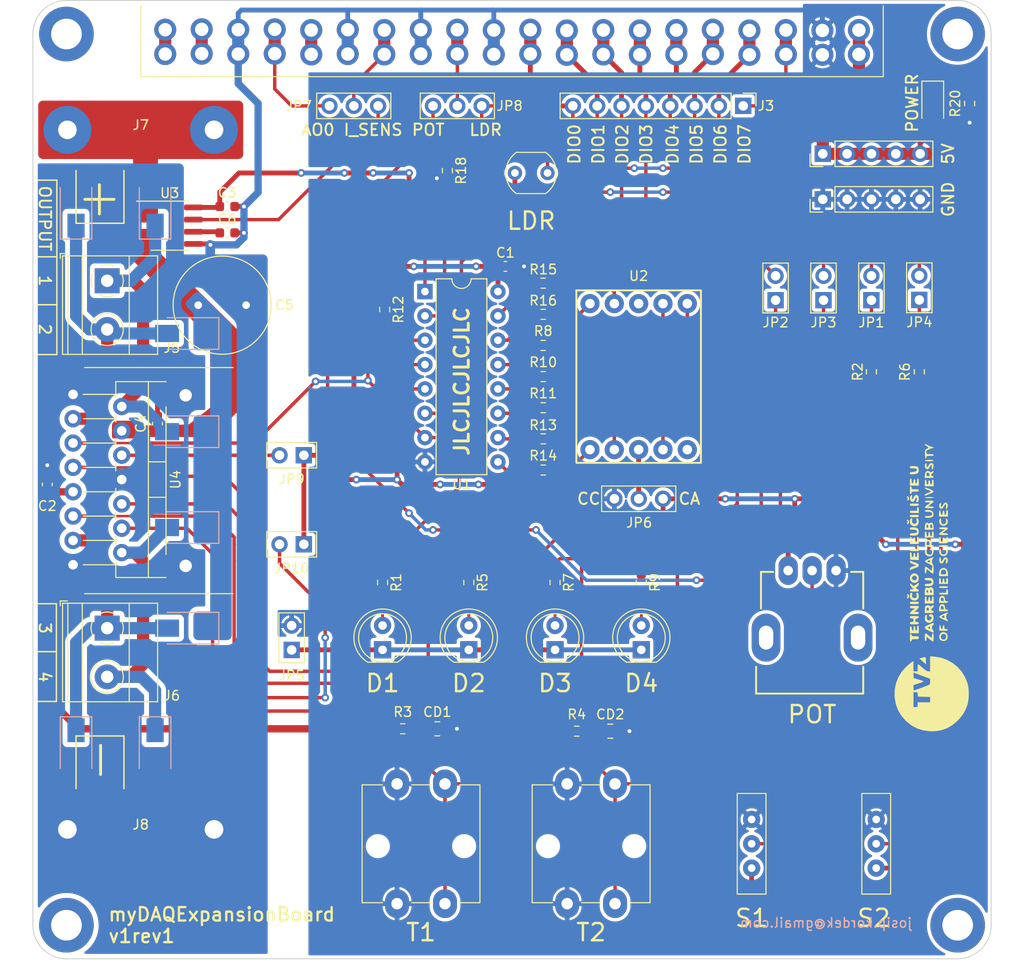
<source format=kicad_pcb>
(kicad_pcb (version 20211014) (generator pcbnew)
  (layers (0 "F.Cu" signal) (31 "B.Cu" signal) (34 "B.Paste" user) (35 "F.Paste" user) (36 "B.SilkS" user "B.Silkscreen") (37 "F.SilkS" user "F.Silkscreen") (38 "B.Mask" user) (39 "F.Mask" user) (44 "Edge.Cuts" user))
  (net 0 "")
  (net 1 "+5V")
  (net 2 "GND")
  (net 3 "/IP-")
  (net 4 "Net-(C6-Pad1)")
  (net 5 "DIO4")
  (net 6 "DIO5")
  (net 7 "Net-(D1-Pad1)")
  (net 8 "DIO0")
  (net 9 "DIO1")
  (net 10 "DIO2")
  (net 11 "DIO3")
  (net 12 "/OUT4")
  (net 13 "/OUT3")
  (net 14 "/OUT1")
  (net 15 "/OUT2")
  (net 16 "VDD")
  (net 17 "Net-(D14-Pad1)")
  (net 18 "DIO7")
  (net 19 "DIO6")
  (net 20 "unconnected-(J4-Pad1)")
  (net 21 "unconnected-(J4-Pad2)")
  (net 22 "AO0")
  (net 23 "unconnected-(J4-Pad5)")
  (net 24 "AI0+")
  (net 25 "AI1+")
  (net 26 "Net-(JP1-Pad1)")
  (net 27 "Net-(JP4-Pad1)")
  (net 28 "Net-(JP6-Pad2)")
  (net 29 "Net-(JP7-Pad1)")
  (net 30 "Net-(JP8-Pad1)")
  (net 31 "Net-(JP9-Pad2)")
  (net 32 "Net-(JP10-Pad2)")
  (net 33 "Net-(R2-Pad1)")
  (net 34 "Net-(R6-Pad2)")
  (net 35 "Net-(R8-Pad1)")
  (net 36 "Net-(R8-Pad2)")
  (net 37 "Net-(R10-Pad1)")
  (net 38 "Net-(R10-Pad2)")
  (net 39 "Net-(R11-Pad1)")
  (net 40 "Net-(R11-Pad2)")
  (net 41 "Net-(R12-Pad2)")
  (net 42 "Net-(R13-Pad1)")
  (net 43 "Net-(R13-Pad2)")
  (net 44 "Net-(R14-Pad1)")
  (net 45 "Net-(R14-Pad2)")
  (net 46 "Net-(R15-Pad1)")
  (net 47 "Net-(R15-Pad2)")
  (net 48 "Net-(R16-Pad1)")
  (net 49 "Net-(R16-Pad2)")
  (net 50 "Net-(JP8-Pad3)")
  (net 57 "Net-(CD1-Pad1)")
  (net 58 "Net-(CD2-Pad1)")
  (net 59 "Net-(D1-Pad2)")
  (net 60 "Net-(D2-Pad2)")
  (net 61 "Net-(D3-Pad2)")
  (net 62 "Net-(D4-Pad2)")
  (footprint "LED_THT:LED_D5.0mm" (layer "F.Cu") (at 114.7375 101.5125 90)
    (fp_text reference "D2")
    (fp_text value "YELLOW")
  )
  (footprint "Resistor_SMD:R_0603_1608Metric" (layer "F.Cu") (at 167 44.5 -90)
    (fp_text reference "R20")
    (fp_text value "1k")
  )
  (footprint "Resistor_SMD:R_0603_1608Metric" (layer "F.Cu") (at 107.85 109.75)
    (fp_text reference "R3")
    (fp_text value "10k")
  )
  (footprint "Capacitor_THT:C_Radial_D10.0mm_H16.0mm_P5.00mm" (layer "F.Cu") (at 86.5 65.545)
    (fp_text reference "C5")
    (fp_text value "470u")
  )
  (footprint "Resistor_SMD:R_0603_1608Metric" (layer "F.Cu") (at 112.5 51.5 -90)
    (fp_text reference "R18")
    (fp_text value "10k")
  )
  (footprint "Resistor_SMD:R_0603_1608Metric" (layer "F.Cu") (at 122.5 69.75)
    (fp_text reference "R8")
    (fp_text value "680")
  )
  (footprint "Resistor_SMD:R_0603_1608Metric" (layer "F.Cu") (at 122.5 76.25)
    (fp_text reference "R11")
    (fp_text value "680")
  )
  (footprint "MountingHole:MountingHole_3.2mm_M3_ISO7380_Pad" (layer "F.Cu") (at 72.75 37.25)
    (fp_text reference "H1" hide)
    (fp_text value "MountingHole_Pad")
  )
  (footprint "Library:PinHeader_1x02_P2.54mm_jumper" (layer "F.Cu") (at 97.525 90.5 -90)
    (fp_text reference "JP10")
    (fp_text value "Jumper_2_Open")
  )
  (footprint "Resistor_SMD:R_0603_1608Metric" (layer "F.Cu") (at 122.5 73)
    (fp_text reference "R10")
    (fp_text value "680")
  )
  (footprint "Capacitor_SMD:C_0805_2012Metric" (layer "F.Cu") (at 111.45 109.75)
    (fp_text reference "CD1")
    (fp_text value "1u")
  )
  (footprint "Capacitor_SMD:C_0603_1608Metric" (layer "F.Cu") (at 89.525 55.25)
    (fp_text reference "C3")
    (fp_text value "100n")
  )
  (footprint "Resistor_SMD:R_0603_1608Metric" (layer "F.Cu") (at 156.75 72.5 90)
    (fp_text reference "R2")
    (fp_text value "10k")
  )
  (footprint "Resistor_SMD:R_0603_1608Metric" (layer "F.Cu") (at 161.75 72.5 -90)
    (fp_text reference "R6")
    (fp_text value "10k")
  )
  (footprint "Capacitor_SMD:C_0603_1608Metric" (layer "F.Cu") (at 70.75 84.25 90)
    (fp_text reference "C2")
    (fp_text value "100n")
  )
  (footprint "Library:7segm-SA52" (layer "F.Cu") (at 132.46 73)
    (fp_text reference "U2")
    (fp_text value "7segm-symbol")
  )
  (footprint "MountingHole:MountingHole_3.2mm_M3_ISO7380_Pad" (layer "F.Cu") (at 72.75 130.25)
    (fp_text reference "H4" hide)
    (fp_text value "MountingHole_Pad")
  )
  (footprint "Resistor_SMD:R_0603_1608Metric" (layer "F.Cu") (at 105.96 66 -90)
    (fp_text reference "R12")
    (fp_text value "10k")
  )
  (footprint "Library:PinHeader_1x03_P2.54mm_Vertical_jumper" (layer "F.Cu") (at 111 44.75 90)
    (fp_text reference "JP8")
    (fp_text value "Jumper_3_Open")
  )
  (footprint "Library:PTV09A-4225F-B502" (layer "F.Cu") (at 150.5605 100.2375 180)
    (fp_text reference "RV1" hide)
    (fp_text value "10k")
  )
  (footprint "Library:PinHeader_1x02_P2.54mm_jumper" (layer "F.Cu") (at 96.25 101.525 180)
    (fp_text reference "JP5")
    (fp_text value "Jumper_2_Open")
  )
  (footprint "Library:PinHeader_1x02_P2.54mm_jumper" (layer "F.Cu") (at 161.75 65 180)
    (fp_text reference "JP4")
    (fp_text value "Jumper_2_Open")
  )
  (footprint "Library:PinHeader_1x02_P2.54mm_jumper" (layer "F.Cu") (at 97.525 81.205 -90)
    (fp_text reference "JP9")
    (fp_text value "Jumper_2_Open")
  )
  (footprint "Connector_PinHeader_2.54mm:PinHeader_1x08_P2.54mm_Vertical" (layer "F.Cu") (at 143.375 44.75 -90)
    (fp_text reference "J3")
    (fp_text value "Conn_01x08_Male")
  )
  (footprint "Connector_PinHeader_2.54mm:PinHeader_1x05_P2.54mm_Vertical" (layer "F.Cu") (at 151.675 54.5 90)
    (fp_text reference "J2" hide)
    (fp_text value "Conn_01x05_Male")
  )
  (footprint "Capacitor_SMD:C_0603_1608Metric" (layer "F.Cu") (at 82.25 77.9 90)
    (fp_text reference "C4")
    (fp_text value "100n")
  )
  (footprint "Resistor_SMD:R_0603_1608Metric" (layer "F.Cu") (at 123.7375 94.4875 -90)
    (fp_text reference "R7")
    (fp_text value "1k")
  )
  (footprint "Library:OSTV7XX3151" (layer "F.Cu") (at 83.055 36.8)
    (fp_text reference "J4" hide)
    (fp_text value "OSTV7XX3151")
  )
  (footprint "Library:L298n" (layer "F.Cu") (at 73.44 74.855 -90)
    (fp_text reference "U4")
    (fp_text value "L298N")
  )
  (footprint "Library:PinHeader_1x03_P2.54mm_Vertical_jumper" (layer "F.Cu") (at 105.275 44.75 -90)
    (fp_text reference "JP7")
    (fp_text value "Jumper_3_Open")
  )
  (footprint "Resistor_SMD:R_0603_1608Metric" (layer "F.Cu") (at 114.7375 94.4875 -90)
    (fp_text reference "R5")
    (fp_text value "1k")
  )
  (footprint "LED_THT:LED_D5.0mm" (layer "F.Cu") (at 123.7375 101.5125 90)
    (fp_text reference "D3")
    (fp_text value "GREEN")
  )
  (footprint "Package_DIP:DIP-16_W7.62mm" (layer "F.Cu") (at 110.16 64.125)
    (fp_text reference "U1")
    (fp_text value "74LS47")
  )
  (footprint "TerminalBlock_Phoenix:TerminalBlock_Phoenix_MKDS-1,5-2-5.08_1x02_P5.08mm_Horizontal" (layer "F.Cu") (at 77 99.25 -90)
    (fp_text reference "J6")
    (fp_text value "Screw_Terminal_01x02")
  )
  (footprint "Capacitor_SMD:C_0603_1608Metric" (layer "F.Cu") (at 89.525 58)
    (fp_text reference "C6")
    (fp_text value "1n")
  )
  (footprint "Resistor_SMD:R_0603_1608Metric" (layer "F.Cu") (at 132.7375 94.4875 -90)
    (fp_text reference "R9")
    (fp_text value "1k")
  )
  (footprint "Capacitor_SMD:C_0805_2012Metric" (layer "F.Cu") (at 129.5 110)
    (fp_text reference "CD2")
    (fp_text value "1u")
  )
  (footprint "Resistor_SMD:R_0603_1608Metric" (layer "F.Cu") (at 105.7375 94.4875 -90)
    (fp_text reference "R1")
    (fp_text value "1k")
  )
  (footprint "Library:PinHeader_1x02_P2.54mm_jumper" (layer "F.Cu") (at 156.75 65.025 180)
    (fp_text reference "JP1")
    (fp_text value "Jumper_2_Open")
  )
  (footprint "Library:DELTRON 4mm banana socket - black" (layer "F.Cu") (at 80.5 120.25)
    (fp_text reference "J8")
    (fp_text value "Screw_Terminal_01x01")
  )
  (footprint "OptoDevice:R_LDR_5.1x4.3mm_P3.4mm_Vertical" (layer "F.Cu") (at 119.55 51.75)
    (fp_text reference "R17" hide)
    (fp_text value "R_Photo")
  )
  (footprint "Library:Omron_B3F-12x12mm" (layer "F.Cu") (at 130 115.5 -90)
    (fp_text reference "SW4" hide)
    (fp_text value "SW_Push")
  )
  (footprint "LED_THT:LED_D5.0mm" (layer "F.Cu") (at 105.7375 101.5125 90)
    (fp_text reference "D1")
    (fp_text value "RED")
  )
  (footprint "Resistor_SMD:R_0603_1608Metric" (layer "F.Cu") (at 122.5 63.25)
    (fp_text reference "R15")
    (fp_text value "680")
  )
  (footprint "Library:PinHeader_1x03_P2.54mm_Vertical_jumper" (layer "F.Cu") (at 135.01 85.75 -90)
    (fp_text reference "JP6")
    (fp_text value "Jumper_3_Open")
  )
  (footprint "Resistor_SMD:R_0603_1608Metric" (layer "F.Cu") (at 122.5 79.5)
    (fp_text reference "R13")
    (fp_text value "680")
  )
  (footprint "MountingHole:MountingHole_3.2mm_M3_ISO7380_Pad" (layer "F.Cu") (at 165.75 130.25)
    (fp_text reference "H3" hide)
    (fp_text value "MountingHole_Pad")
  )
  (footprint "Library:we01014042" (layer "F.Cu") (at 144.25 121.75 90)
    (fp_text reference "SW1" hide)
    (fp_text value "SW_SPDT")
  )
  (footprint "Library:DELTRON 4mm banana socket - red" (layer "F.Cu") (at 80.5 47.25)
    (fp_text reference "J7")
    (fp_text value "Screw_Terminal_01x01")
  )
  (footprint "Library:we01014042" (layer "F.Cu") (at 157.25 121.75 90)
    (fp_text reference "SW2" hide)
    (fp_text value "SW_SPDT")
  )
  (footprint "Library:tvz2" (layer "F.Cu") (at 163 95 90)
    (fp_text reference "G***" hide)
    (fp_text value "LOGO" hide)
  )
  (footprint "Library:PinHeader_1x02_P2.54mm_jumper" (layer "F.Cu") (at 146.75 65.025 180)
    (fp_text reference "JP2")
    (fp_text value "Jumper_2_Open")
  )
  (footprint "LED_SMD:LED_1206_3216Metric" (layer "F.Cu") (at 163.15 44.45 -90)
    (fp_text reference "D14" hide)
    (fp_text value "LED")
  )
  (footprint "Library:PinHeader_1x02_P2.54mm_jumper" (layer "F.Cu") (at 151.75 65.025 180)
    (fp_text reference "JP3")
    (fp_text value "Jumper_2_Open")
  )
  (footprint "Library:Omron_B3F-12x12mm" (layer "F.Cu") (at 112.25 115.5 -90)
    (fp_text reference "SW3" hide)
    (fp_text value "SW_Push")
  )
  (footprint "Resistor_SMD:R_0603_1608Metric" (layer "F.Cu") (at 126 110)
    (fp_text reference "R4")
    (fp_text value "10k")
  )
  (footprint "LED_THT:LED_D5.0mm" (layer "F.Cu") (at 132.7375 101.5125 90)
    (fp_text reference "D4")
    (fp_text value "BLUE")
  )
  (footprint "TerminalBlock_Phoenix:TerminalBlock_Phoenix_MKDS-1,5-2-5.08_1x02_P5.08mm_Horizontal" (layer "F.Cu") (at 77 63 -90)
    (fp_text reference "J5")
    (fp_text value "Screw_Terminal_01x02")
  )
  (footprint "Capacitor_SMD:C_0603_1608Metric" (layer "F.Cu") (at 118.555 61.5)
    (fp_text reference "C1")
    (fp_text value "100n")
  )
  (footprint "Connector_PinHeader_2.54mm:PinHeader_1x05_P2.54mm_Vertical" (layer "F.Cu") (at 151.675 49.75 90)
    (fp_text reference "J1" hide)
    (fp_text value "Conn_01x05_Male")
  )
  (footprint "MountingHole:MountingHole_3.2mm_M3_ISO7380_Pad" (layer "F.Cu") (at 165.75 37.25)
    (fp_text reference "H2" hide)
    (fp_text value "MountingHole_Pad")
  )
  (footprint "Package_SO:SOIC-8_3.9x4.9mm_P1.27mm" (layer "F.Cu") (at 83.525 57.25)
    (fp_text reference "U3")
    (fp_text value "ACS712xLCTR-05B")
  )
  (footprint "Resistor_SMD:R_0603_1608Metric" (layer "F.Cu") (at 122.5 66.5)
    (fp_text reference "R16")
    (fp_text value "680")
  )
  (footprint "Resistor_SMD:R_0603_1608Metric" (layer "F.Cu") (at 122.5 82.75)
    (fp_text reference "R14")
    (fp_text value "680")
  )
  (footprint "Diode_SMD:D_SMA" (layer "B.Cu") (at 85.25 99.25 180)
    (fp_text reference "D6" hide)
    (fp_text value "1N4007")
  )
  (footprint "Diode_SMD:D_SMA" (layer "B.Cu") (at 85.25 88.75 180)
    (fp_text reference "D5" hide)
    (fp_text value "1N4007")
  )
  (footprint "Diode_SMD:D_SMA" (layer "B.Cu") (at 73.75 111.9 -90)
    (fp_text reference "D10" hide)
    (fp_text value "1N4007")
  )
  (footprint "Diode_SMD:D_SMA" (layer "B.Cu") (at 82 55.25 90)
    (fp_text reference "D11" hide)
    (fp_text value "1N4007")
  )
  (footprint "Diode_SMD:D_SMA" (layer "B.Cu") (at 82 111.9 -90)
    (fp_text reference "D9" hide)
    (fp_text value "1N4007")
  )
  (footprint "Diode_SMD:D_SMA" (layer "B.Cu") (at 85.25 78.75 180)
    (fp_text reference "D7" hide)
    (fp_text value "1N4007")
  )
  (footprint "Diode_SMD:D_SMA" (layer "B.Cu") (at 73.75 55.25 90)
    (fp_text reference "D12" hide)
    (fp_text value "1N4007")
  )
  (footprint "Diode_SMD:D_SMA" (layer "B.Cu") (at 85.25 68.5 180)
    (fp_text reference "D8" hide)
    (fp_text value "1N4007")
  )
  (gr_line (start 69.75 60.5) (end 71.75 60.5) (layer "F.SilkS") (width 0.15))
  (gr_line (start 73.75 110.5) (end 73.75 116) (layer "F.SilkS") (width 0.15))
  (gr_line (start 71.75 52.5) (end 71.75 70.7) (layer "F.SilkS") (width 0.15))
  (gr_line (start 71.7 96.7) (end 71.7 106.9) (layer "F.SilkS") (width 0.15))
  (gr_line (start 78.75 110.5) (end 73.75 110.5) (layer "F.SilkS") (width 0.15))
  (gr_line (start 73.75 51.5) (end 73.75 57) (layer "F.SilkS") (width 0.15))
  (gr_line (start 73.75 57) (end 78.75 57) (layer "F.SilkS") (width 0.15))
  (gr_line (start 78.75 116) (end 78.75 110.5) (layer "F.SilkS") (width 0.15))
  (gr_line (start 69.75 70.7) (end 71.75 70.7) (layer "F.SilkS") (width 0.15))
  (gr_line (start 69.7 101.7) (end 71.7 101.7) (layer "F.SilkS") (width 0.15))
  (gr_line (start 78.75 57) (end 78.75 51.5) (layer "F.SilkS") (width 0.15))
  (gr_line (start 69.7 96.7) (end 71.7 96.7) (layer "F.SilkS") (width 0.15))
  (gr_line (start 69.7 106.9) (end 71.7 106.9) (layer "F.SilkS") (width 0.15))
  (gr_line (start 69.75 52.5) (end 71.75 52.5) (layer "F.SilkS") (width 0.15))
  (gr_line (start 69.75 65.5) (end 71.75 65.5) (layer "F.SilkS") (width 0.15))
  (gr_line (start 165.75 133.75) (end 72.75 133.75) (layer "Edge.Cuts") (width 0.1))
  (gr_line (start 169.25 37.25) (end 169.25 130.25) (layer "Edge.Cuts") (width 0.1))
  (gr_line (start 69.25 130.25) (end 69.25 37.25) (layer "Edge.Cuts") (width 0.1))
  (gr_arc (start 69.25 37.25) (mid 70.275126 34.775126) (end 72.75 33.75) (layer "Edge.Cuts") (width 0.1))
  (gr_arc (start 169.25 130.25) (mid 168.224874 132.724874) (end 165.75 133.75) (layer "Edge.Cuts") (width 0.1))
  (gr_line (start 72.75 33.75) (end 165.75 33.75) (layer "Edge.Cuts") (width 0.1))
  (gr_arc (start 72.75 133.75) (mid 70.275126 132.724874) (end 69.25 130.25) (layer "Edge.Cuts") (width 0.1))
  (gr_arc (start 165.75 33.75) (mid 168.224874 34.775126) (end 169.25 37.25) (layer "Edge.Cuts") (width 0.1))
  (gr_text "josip.kordek@gmail.com" (at 152 130) (layer "B.SilkS") (effects (font (size 1 1)) (justify mirror)))
  (gr_text "LDR" (at 116.5 47.25) (layer "F.SilkS") (effects (font (size 1.2 1.2) (thickness 0.2))))
  (gr_text "DIO5" (at 138.5 48.75 90) (layer "F.SilkS") (effects (font (size 1.2 1.2) (thickness 0.2))))
  (gr_text "4" (at 70.5 104.33 270) (layer "F.SilkS") (effects (font (size 1.2 1.2) (thickness 0.2))))
  (gr_text "T2" (at 127.5 131) (layer "F.SilkS") (effects (font (size 1.8 1.8) (thickness 0.25))))
  (gr_text "S1" (at 144.25 129.5) (layer "F.SilkS") (effects (font (size 1.8 1.8) (thickness 0.25))))
  (gr_text "DIO2" (at 130.75 48.75 90) (layer "F.SilkS") (effects (font (size 1.2 1.2) (thickness 0.2))))
  (gr_text "POT" (at 110.5 47.25) (layer "F.SilkS") (effects (font (size 1.2 1.2) (thickness 0.2))))
  (gr_text "DIO6" (at 141 48.75 90) (layer "F.SilkS") (effects (font (size 1.2 1.2) (thickness 0.2))))
  (gr_text "S2" (at 157 129.5) (layer "F.SilkS") (effects (font (size 1.8 1.8) (thickness 0.25))))
  (gr_text "1" (at 70.5 63 270) (layer "F.SilkS") (effects (font (size 1.2 1.2) (thickness 0.2))))
  (gr_text "DIO4" (at 136 48.75 90) (layer "F.SilkS") (effects (font (size 1.2 1.2) (thickness 0.2))))
  (gr_text "DIO3\n" (at 133.25 48.75 90) (layer "F.SilkS") (effects (font (size 1.2 1.2) (thickness 0.2))))
  (gr_text "DIO0" (at 125.75 48.75 90) (layer "F.SilkS") (effects (font (size 1.2 1.2) (thickness 0.2))))
  (gr_text "OUTPUT" (at 70.5 56.5 270) (layer "F.SilkS") (effects (font (size 1.2 1.2) (thickness 0.2))))
  (gr_text "I_SENS" (at 104.75 47.25) (layer "F.SilkS") (effects (font (size 1.2 1.2) (thickness 0.2))))
  (gr_text "AO0" (at 99 47.25) (layer "F.SilkS") (effects (font (size 1.2 1.2) (thickness 0.2))))
  (gr_text "LDR" (at 121.25 56.75) (layer "F.SilkS") (effects (font (size 1.8 1.8) (thickness 0.25))))
  (gr_text "3" (at 70.5 99.25 270) (layer "F.SilkS") (effects (font (size 1.2 1.2) (thickness 0.2))))
  (gr_text "JLCJLCJLCJLC" (at 114 73.5 90) (layer "F.SilkS") (effects (font (size 1.5 1.5) (thickness 0.3))))
  (gr_text "T1" (at 109.75 131) (layer "F.SilkS") (effects (font (size 1.8 1.8) (thickness 0.25))))
  (gr_text "GND" (at 164.75 54.5 90) (layer "F.SilkS") (effects (font (size 1.2 1.2) (thickness 0.2))))
  (gr_text "POT" (at 150.5605 108.25) (layer "F.SilkS") (effects (font (size 1.8 1.8) (thickness 0.25))))
  (gr_text "5V" (at 164.75 49.75 90) (layer "F.SilkS") (effects (font (size 1.2 1.2) (thickness 0.2))))
  (gr_text "CA" (at 137.75 85.75) (layer "F.SilkS") (effects (font (size 1.2 1.2) (thickness 0.2))))
  (gr_text "DIO7" (at 143.5 48.75 90) (layer "F.SilkS") (effects (font (size 1.2 1.2) (thickness 0.2))))
  (gr_text "DIO1" (at 128.25 48.75 90) (layer "F.SilkS") (effects (font (size 1.2 1.2) (thickness 0.2))))
  (gr_text "POWER" (at 161 44.45 90) (layer "F.SilkS") (effects (font (size 1.2 1.2) (thickness 0.2))))
  (gr_text "+" (at 76.5 54.5 270) (layer "F.SilkS") (effects (font (size 4 4) (thickness 0.3))))
  (gr_text "-" (at 76 113 90) (layer "F.SilkS") (effects (font (size 4 4) (thickness 0.3))))
  (gr_text "CC" (at 127.25 85.75) (layer "F.SilkS") (effects (font (size 1.2 1.2) (thickness 0.2))))
  (gr_text "myDAQExpansionBoard\nv1rev1" (at 77 130.25) (layer "F.SilkS") (effects (font (size 1.4 1.4) (thickness 0.24)) (justify left)))
  (gr_text "2" (at 70.5 68.08 270) (layer "F.SilkS") (effects (font (size 1.2 1.2) (thickness 0.2))))
  (segment (start 140 64.75) (end 140 85.25) (width 0.508) (layer "F.Cu") (net 1))
  (segment (start 119.75 132) (end 104.25 132) (width 1.27) (layer "F.Cu") (net 1))
  (segment (start 105.96 65.175) (end 105.96 63.04) (width 0.508) (layer "F.Cu") (net 1))
  (segment (start 144.25 124.29) (end 144.25 132) (width 0.508) (layer "F.Cu") (net 1))
  (segment (start 70.75 85.025) (end 70.75 106.5) (width 0.762) (layer "F.Cu") (net 1))
  (segment (start 107.25 79.5) (end 107.25 83.75) (width 0.508) (layer "F.Cu") (net 1))
  (segment (start 88.75 53.75) (end 90.75 51.75) (width 0.508) (layer "F.Cu") (net 1))
  (segment (start 119.55 53.2) (end 118.5 54.25) (width 0.508) (layer "F.Cu") (net 1))
  (segment (start 165.5 49.75) (end 166.75 51) (width 1.27) (layer "F.Cu") (net 1))
  (segment (start 160.875 125.125) (end 161.625 125.125) (width 0.3556) (layer "F.Cu") (net 1))
  (segment (start 141.5 85.75) (end 140.5 85.75) (width 0.508) (layer "F.Cu") (net 1))
  (segment (start 144.25 132) (end 119.75 132) (width 1.27) (layer "F.Cu") (net 1))
  (segment (start 140 85.25) (end 140 85.75) (width 0.508) (layer "F.Cu") (net 1))
  (segment (start 90.75 51.75) (end 97.25 51.75) (width 0.508) (layer "F.Cu") (net 1))
  (segment (start 140 85.25) (end 140.5 85.75) (width 0.3556) (layer "F.Cu") (net 1))
  (segment (start 155.445 36.84) (end 155.445 39.38) (width 1.27) (layer "F.Cu") (net 1))
  (segment (start 166.75 123.25) (end 165.25 124.75) (width 1.27) (layer "F.Cu") (net 1))
  (segment (start 118.5 54.25) (end 108.5 54.25) (width 0.508) (layer "F.Cu") (net 1))
  (segment (start 135.01 86.99) (end 134.375 87.625) (width 0.508) (layer "F.Cu") (net 1))
  (segment (start 111.75 84.25) (end 107.75 84.25) (width 0.508) (layer "F.Cu") (net 1))
  (segment (start 117.78 61.5) (end 115.5 61.5) (width 0.508) (layer "F.Cu") (net 1))
  (segment (start 101.75 51.75) (end 104.75 51.75) (width 0.508) (layer "F.Cu") (net 1))
  (segment (start 117.78 61.5) (end 117.78 64.125) (width 0.508) (layer "F.Cu") (net 1))
  (segment (start 104.25 132) (end 102 129.75) (width 1.27) (layer "F.Cu") (net 1))
  (segment (start 115.75 84.25) (end 123 84.25) (width 0.508) (layer "F.Cu") (net 1))
  (segment (start 160.5 127) (end 160.5 129) (width 1.27) (layer "F.Cu") (net 1))
  (segment (start 160.875 125.125) (end 161.625 125.875) (width 0.508) (layer "F.Cu") (net 1))
  (segment (start 102.75 63.75) (end 102.75 75) (width 0.508) (layer "F.Cu") (net 1))
  (segment (start 117.75 60.75) (end 118.25 60.25) (width 0.508) (layer "F.Cu") (net 1))
  (segment (start 162.75 124.75) (end 162 125.5) (width 1.27) (layer "F.Cu") (net 1))
  (segment (start 121.25 60.25) (end 122 61) (width 0.508) (layer "F.Cu") (net 1))
  (segment (start 165.25 124.75) (end 162.75 124.75) (width 1.27) (layer "F.Cu") (net 1))
  (segment (start 102.75 75) (end 106.75 79) (width 0.508) (layer "F.Cu") (net 1))
  (segment (start 136.25 61) (end 140 64.75) (width 0.508) (layer "F.Cu") (net 1))
  (segment (start 88.655 55.345) (end 88.75 55.25) (width 0.508) (layer "F.Cu") (net 1))
  (segment (start 107.75 84.25) (end 107.25 83.75) (width 0.508) (layer "F.Cu") (net 1))
  (segment (start 105.96 63.04) (end 107.5 61.5) (width 0.508) (layer "F.Cu") (net 1))
  (segment (start 135.01 85.75) (end 138.5 85.75) (width 0.508) (layer "F.Cu") (net 1))
  (segment (start 148.75 85.75) (end 148.75 89.75) (width 0.508) (layer "F.Cu") (net 1))
  (segment (start 135.01 85.75) (end 135.01 86.99) (width 0.508) (layer "F.Cu") (net 1))
  (segment (start 151.675 49.75) (end 151.675 47.325) (width 1.27) (layer "F.Cu") (net 1))
  (segment (start 140 85.25) (end 139.5 85.75) (width 0.3556) (layer "F.Cu") (net 1))
  (segment (start 160.875 125.125) (end 160.875 126.625) (width 0.3556) (layer "F.Cu") (net 1))
  (segment (start 70.75 85.025) (end 73.43 85.025) (width 0.762) (layer "F.Cu") (net 1))
  (segment (start 163.15 47.35) (end 161.835 48.665) (width 0.508) (layer "F.Cu") (net 1))
  (segment (start 139.5 85.75) (end 138.5 85.75) (width 0.508) (layer "F.Cu") (net 1))
  (segment (start 102 83.75) (end 99.455 81.205) (width 0.508) (layer "F.Cu") (net 1))
  (segment (start 140 85.75) (end 139.5 85.75) (width 0.508) (layer "F.Cu") (net 1))
  (segment (start 99.455 81.205) (end 97.525 81.205) (width 0.508) (layer "F.Cu") (net 1))
  (segment (start 74 109.75) (end 102 109.75) (width 0.762) (layer "F.Cu") (net 1))
  (segment (start 119.75 112) (end 119.75 132) (width 0.508) (layer "F.Cu") (net 1))
  (segment (start 157.25 124.29) (end 160.04 124.29) (width 0.508) (layer "F.Cu") (net 1))
  (segment (start 73.43 85.025) (end 73.44 85.015) (width 0.762) (layer "F.Cu") (net 1))
  (segment (start 103 83.75) (end 102 83.75) (width 0.508) (layer "F.Cu") (net 1))
  (segment (start 125.175 110) (end 121.75 110) (width 0.508) (layer "F.Cu") (net 1))
  (segment (start 166.75 99.5) (end 166.75 123.25) (width 1.27) (layer "F.Cu") (net 1))
  (segment (start 102 129.75) (end 102 110.25) (width 1.27) (layer "F.Cu") (net 1))
  (segment (start 122 61) (end 136.25 61) (width 0.508) (layer "F.Cu") (net 1))
  (segment (start 107.5 61.5) (end 109 61.5) (width 0.508) (layer "F.Cu") (net 1))
  (segment (start 160.875 126.625) (end 160.5 127) (width 1.27) (layer "F.Cu") (net 1))
  (segment (start 153.5 85.75) (end 148.75 85.75) (width 0.508) (layer "F.Cu") (net 1))
  (segment (start 119.55 51.75) (end 119.55 53.2) (width 0.508) (layer "F.Cu") (net 1))
  (segment (start 97.525 81.205) (end 97.525 90.5) (width 0.508) (layer "F.Cu") (net 1))
  (segment (start 148.0605 93.2375) (end 148.0605 90.4395) (width 0.508) (layer "F.Cu") (net 1))
  (segment (start 88.75 55.25) (end 88.75 53.75) (width 0.508) (layer "F.Cu") (net 1))
  (segment (start 117.75 61.47) (end 117.75 60.75) (width 0.508) (layer "F.Cu") (net 1))
  (segment (start 161.835 49.75) (end 151.675 49.75) (width 1.27) (layer "F.Cu") (net 1))
  (segment (start 163.15 45.85) (end 163.15 47.35) (width 0.508) (layer "F.Cu") (net 1))
  (segment (start 164.85 49.75) (end 165.5 49.75) (width 1.27) (layer "F.Cu") (net 1))
  (segment (start 158.25 90.5) (end 153.5 85.75) (width 0.508) (layer "F.Cu") (net 1))
  (segment (start 121.75 110) (end 119.75 112) (width 0.508) (layer "F.Cu") (net 1))
  (segment (start 70.75 106.5) (end 74 109.75) (width 0.762) (layer "F.Cu") (net 1))
  (segment (start 160.5 129) (end 157.5 132) (width 1.27) (layer "F.Cu") (net 1))
  (segment (start 102.75 60) (end 102.75 63.75) (width 0.508) (layer "F.Cu") (net 1))
  (segment (start 151.675 47.325) (end 155.445 43.555) (width 1.27) (layer "F.Cu") (net 1))
  (segment (start 118.25 60.25) (end 121.25 60.25) (width 0.508) (layer "F.Cu") (net 1))
  (segment (start 161.835 48.665) (end 161.835 49.75) (width 0.508) (layer "F.Cu") (net 1))
  (segment (start 166.75 90.5) (end 166.75 99.5) (width 1.27) (layer "F.Cu") (net 1))
  (segment (start 107.025 109.75) (end 102 109.75) (width 0.762) (layer "F.Cu") (net 1))
  (segment (start 161.625 125.125) (end 162 125.5) (width 0.3556) (layer "F.Cu") (net 1))
  (segment (start 108.5 54.25) (end 102.75 60) (width 0.508) (layer "F.Cu") (net 1))
  (segment (start 161.835 49.75) (end 164.85 49.75) (width 1.27) (layer "F.Cu") (net 1))
  (segment (start 157.5 132) (end 144.25 132) (width 1.27) (layer "F.Cu") (net 1))
  (segment (start 140.5 85.75) (end 140 85.75) (width 0.508) (layer "F.Cu") (net 1))
  (segment (start 166.75 51) (end 166.75 90.5) (width 1.27) (layer "F.Cu") (net 1))
  (segment (start 86 55.345) (end 88.655 55.345) (width 0.508) (layer "F.Cu") (net 1))
  (segment (start 117.78 61.5) (end 117.75 61.47) (width 0.508) (layer "F.Cu") (net 1))
  (segment (start 123 84.25) (end 126.375 87.625) (width 0.508) (layer "F.Cu") (net 1))
  (segment (start 106.75 79) (end 107.25 79.5) (width 0.508) (layer "F.Cu") (net 1))
  (segment (start 162 125.5) (end 161.625 125.875) (width 1.27) (layer "F.Cu") (net 1))
  (segment (start 160.04 124.29) (end 160.875 125.125) (width 0.508) (layer "F.Cu") (net 1))
  (segment (start 155.445 43.555) (end 155.445 39.38) (width 1.27) (layer "F.Cu") (net 1))
  (segment (start 108.5 51.75) (end 108.5 54.25) (width 0.508) (layer "F.Cu") (net 1))
  (segment (start 148.75 89.75) (end 148.0605 90.4395) (width 0.508) (layer "F.Cu") (net 1))
  (segment (start 126.375 87.625) (end 134.375 87.625) (width 0.508) (layer "F.Cu") (net 1))
  (segment (start 161.625 125.875) (end 160.875 126.625) (width 1.27) (layer "F.Cu") (net 1))
  (segment (start 166.75 90.5) (end 165.5 90.5) (width 0.508) (layer "F.Cu") (net 1))
  (via (at 111.75 84.25) (size 0.8) (drill 0.4) (layers "F.Cu" "B.Cu") (net 1))
  (via (at 115.5 61.5) (size 0.8) (drill 0.4) (layers "F.Cu" "B.Cu") (net 1))
  (via (at 141.5 85.75) (size 0.8) (drill 0.4) (layers "F.Cu" "B.Cu") (net 1))
  (via (at 158.25 90.5) (size 0.8) (drill 0.4) (layers "F.Cu" "B.Cu") (net 1))
  (via (at 101.75 51.75) (size 0.8) (drill 0.4) (layers "F.Cu" "B.Cu") (net 1))
  (via (at 109 61.5) (size 0.8) (drill 0.4) (layers "F.Cu" "B.Cu") (net 1))
  (via (at 103 83.75) (size 0.8) (drill 0.4) (layers "F.Cu" "B.Cu") (net 1))
  (via (at 148.75 85.75) (size 0.8) (drill 0.4) (layers "F.Cu" "B.Cu") (net 1))
  (via (at 107.25 83.75) (size 0.8) (drill 0.4) (layers "F.Cu" "B.Cu") (net 1))
  (via (at 108.5 51.75) (size 0.8) (drill 0.4) (layers "F.Cu" "B.Cu") (net 1))
  (via (at 97.25 51.75) (size 0.8) (drill 0.4) (layers "F.Cu" "B.Cu") (net 1))
  (via (at 104.75 51.75) (size 0.8) (drill 0.4) (layers "F.Cu" "B.Cu") (net 1))
  (via (at 165.5 90.5) (size 0.8) (drill 0.4) (layers "F.Cu" "B.Cu") (net 1))
  (via (at 115.75 84.25) (size 0.8) (drill 0.4) (layers "F.Cu" "B.Cu") (net 1))
  (segment (start 111.75 84.25) (end 115.75 84.25) (width 0.508) (layer "B.Cu") (net 1))
  (segment (start 104.75 51.75) (end 108.5 51.75) (width 0.508) (layer "B.Cu") (net 1))
  (segment (start 165.5 90.5) (end 158.25 90.5) (width 0.508) (layer "B.Cu") (net 1))
  (segment (start 103 83.75) (end 107.25 83.75) (width 0.508) (layer "B.Cu") (net 1))
  (segment (start 148.75 85.75) (end 141.5 85.75) (width 0.508) (layer "B.Cu") (net 1))
  (segment (start 115.5 61.5) (end 109 61.5) (width 0.508) (layer "B.Cu") (net 1))
  (segment (start 97.25 51.75) (end 101.75 51.75) (width 0.508) (layer "B.Cu") (net 1))
  (segment (start 130.45 110) (end 131.5 110) (width 0.508) (layer "F.Cu") (net 2))
  (segment (start 86 59.155) (end 87.68 59.155) (width 0.508) (layer "F.Cu") (net 2))
  (segment (start 82.25 77.125) (end 82.25 76) (width 0.508) (layer "F.Cu") (net 2))
  (segment (start 119.33 61.5) (end 120.5 61.5) (width 0.508) (layer "F.Cu") (net 2))
  (segment (start 111.425 52.325) (end 111.4 52.3) (width 0.508) (layer "F.Cu") (net 2))
  (segment (start 82.25 76) (end 83.395 74.855) (width 0.508) (layer "F.Cu") (net 2))
  (segment (start 167 45.325) (end 167 46.5) (width 0.508) (layer "F.Cu") (net 2))
  (segment (start 90.3 55.25) (end 91.275 55.25) (width 0.508) (layer "F.Cu") (net 2))
  (segment (start 83.395 74.855) (end 84.19 74.855) (width 0.508) (layer "F.Cu") (net 2))
  (segment (start 70.75 83.475) (end 70.75 82.25) (width 0.508) (layer "F.Cu") (net 2))
  (segment (start 112.4 109.75) (end 113.5 109.75) (width 0.508) (layer "F.Cu") (net 2))
  (segment (start 87.68 59.155) (end 87.775 59.25) (width 0.508) (layer "F.Cu") (net 2))
  (segment (start 90.3 58) (end 91.275 58) (width 0.508) (layer "F.Cu") (net 2))
  (segment (start 112.5 52.325) (end 111.425 52.325) (width 0.508) (layer "F.Cu") (net 2))
  (via (at 167 46.5) (size 0.8) (drill 0.4) (layers "F.Cu" "B.Cu") (net 2))
  (via (at 113.5 109.75) (size 0.8) (drill 0.4) (layers "F.Cu" "B.Cu") (net 2))
  (via (at 131.5 110) (size 0.8) (drill 0.4) (layers "F.Cu" "B.Cu") (net 2))
  (via (at 87.775 59.25) (size 0.8) (drill 0.4) (layers "F.Cu" "B.Cu") (net 2))
  (via (at 91.275 58) (size 0.8) (drill 0.4) (layers "F.Cu" "B.Cu") (net 2))
  (via (at 111.4 52.3) (size 0.8) (drill 0.4) (layers "F.Cu" "B.Cu") (net 2))
  (via (at 91.275 55.25) (size 0.8) (drill 0.4) (layers "F.Cu" "B.Cu") (net 2))
  (via (at 120.5 61.5) (size 0.8) (drill 0.4) (layers "F.Cu" "B.Cu") (net 2))
  (via (at 70.75 82.25) (size 0.8) (drill 0.4) (layers "F.Cu" "B.Cu") (net 2))
  (segment (start 102.105 36.8) (end 102.105 39.34) (width 1.27) (layer "B.Cu") (net 2))
  (segment (start 109.725 36.8) (end 109.725 39.34) (width 1.27) (layer "B.Cu") (net 2))
  (segment (start 91.275 55.25) (end 91.275 58) (width 0.762) (layer "B.Cu") (net 2))
  (segment (start 117.345 39.38) (end 117.345 36.84) (width 1.27) (layer "B.Cu") (net 2))
  (segment (start 90.675 42.425) (end 92.75 44.5) (width 0.762) (layer "B.Cu") (net 2))
  (segment (start 109.75 34.75) (end 102 34.75) (width 0.508) (layer "B.Cu") (net 2))
  (segment (start 117.345 36.84) (end 117.345 34.845) (width 0.508) (layer "B.Cu") (net 2))
  (segment (start 90.675 35.075) (end 90.675 36.8) (width 0.508) (layer "B.Cu") (net 2))
  (segment (start 90.675 39.34) (end 90.675 42.425) (width 0.762) (layer "B.Cu") (net 2))
  (segment (start 92.75 53.775) (end 91.275 55.25) (width 0.762) (layer "B.Cu") (net 2))
  (segment (start 102.105 34.855) (end 102 34.75) (width 0.508) (layer "B.Cu") (net 2))
  (segment (start 92.75 44.5) (end 92.75 53.775) (width 0.762) (layer "B.Cu") (net 2))
  (segment (start 109.725 34.775) (end 109.75 34.75) (width 0.508) (layer "B.Cu") (net 2))
  (segment (start 90.5 59.25) (end 87.775 59.25) (width 0.762) (layer "B.Cu") (net 2))
  (segment (start 151.635 36.88) (end 151.635 35.385) (width 0.508) (layer "B.Cu") (net 2))
  (segment (start 102 34.75) (end 91 34.75) (width 0.508) (layer "B.Cu") (net 2))
  (segment (start 109.725 36.8) (end 109.725 34.775) (width 0.508) (layer "B.Cu") (net 2))
  (segment (start 91 34.75) (end 90.675 35.075) (width 0.508) (layer "B.Cu") (net 2))
  (segment (start 117.345 34.845) (end 117.25 34.75) (width 0.508) (layer "B.Cu") (net 2))
  (segment (start 91.275 58.475) (end 90.5 59.25) (width 0.762) (layer "B.Cu") (net 2))
  (segment (start 151 34.75) (end 117.25 34.75) (width 0.508) (layer "B.Cu") (net 2))
  (segment (start 91.275 58) (end 91.275 58.475) (width 0.762) (layer "B.Cu") (net 2))
  (segment (start 109.75 34.75) (end 117.25 34.75) (width 0.508) (layer "B.Cu") (net 2))
  (segment (start 102.105 36.8) (end 102.105 34.855) (width 0.508) (layer "B.Cu") (net 2))
  (segment (start 90.675 36.8) (end 90.675 39.34) (width 1.27) (layer "B.Cu") (net 2))
  (segment (start 151.635 35.385) (end 151 34.75) (width 0.508) (layer "B.Cu") (net 2))
  (segment (start 86 57.885) (end 88.635 57.885) (width 0.508) (layer "F.Cu") (net 4))
  (segment (start 88.635 57.885) (end 88.75 58) (width 0.508) (layer "F.Cu") (net 4))
  (segment (start 136.395 41.355) (end 135.755 41.995) (width 0.508) (layer "F.Cu") (net 5))
  (segment (start 136.395 39.38) (end 136.395 41.355) (width 0.508) (layer "F.Cu") (net 5))
  (segment (start 136.395 36.84) (end 136.395 39.38) (width 1.27) (layer "F.Cu") (net 5))
  (segment (start 135.755 41.995) (end 135.755 44.75) (width 0.508) (layer "F.Cu") (net 5))
  (segment (start 144 59.735) (end 144 54.5) (width 0.3556) (layer "F.Cu") (net 5))
  (segment (start 135.755 46.255) (end 135.755 44.75) (width 0.3556) (layer "F.Cu") (net 5))
  (segment (start 146.75 62.485) (end 144 59.735) (width 0.3556) (layer "F.Cu") (net 5))
  (segment (start 144 54.5) (end 135.755 46.255) (width 0.3556) (layer "F.Cu") (net 5))
  (segment (start 138.295 46.295) (end 145.25 53.25) (width 0.3556) (layer "F.Cu") (net 6))
  (segment (start 140.205 36.8) (end 140.205 39.34) (width 1.27) (layer "F.Cu") (net 6))
  (segment (start 138.295 44.75) (end 138.295 41.25) (width 0.508) (layer "F.Cu") (net 6))
  (segment (start 138.295 44.75) (end 138.295 46.295) (width 0.3556) (layer "F.Cu") (net 6))
  (segment (start 146.75 59.75) (end 151.25 59.75) (width 0.3556) (layer "F.Cu") (net 6))
  (segment (start 145.25 53.25) (end 145.25 58.25) (width 0.3556) (layer "F.Cu") (net 6))
  (segment (start 151.25 59.75) (end 151.75 60.25) (width 0.3556) (layer "F.Cu") (net 6))
  (segment (start 145.25 58.25) (end 146.75 59.75) (width 0.3556) (layer "F.Cu") (net 6))
  (segment (start 151.75 60.25) (end 151.75 62.485) (width 0.3556) (layer "F.Cu") (net 6))
  (segment (start 138.295 41.25) (end 140.205 39.34) (width 0.508) (layer "F.Cu") (net 6))
  (segment (start 105.7375 101.5125) (end 96.2625 101.5125) (width 0.508) (layer "F.Cu") (net 7))
  (segment (start 123.7375 101.5125) (end 114.7375 101.5125) (width 0.508) (layer "F.Cu") (net 7))
  (segment (start 96.2625 101.5125) (end 96.25 101.525) (width 0.508) (layer "F.Cu") (net 7))
  (segment (start 114.7375 101.5125) (end 105.7375 101.5125) (width 0.508) (layer "B.Cu") (net 7))
  (segment (start 123.7375 101.5125) (end 132.7375 101.5125) (width 0.508) (layer "B.Cu") (net 7))
  (segment (start 111.575 79.365) (end 110.16 79.365) (width 0.3556) (layer "F.Cu") (net 8))
  (segment (start 113.75 84.5) (end 113.75 81.54) (width 0.3556) (layer "F.Cu") (net 8))
  (segment (start 123 44.75) (end 121.155 42.905) (width 0.508) (layer "F.Cu") (net 8))
  (segment (start 113.75 81.54) (end 111.575 79.365) (width 0.3556) (layer "F.Cu") (net 8))
  (segment (start 121.155 36.8) (end 121.155 39.34) (width 1.27) (layer "F.Cu") (net 8))
  (segment (start 104.21 61.29) (end 109.75 55.75) (width 0.3556) (layer "F.Cu") (net 8))
  (segment (start 104.21 73.415) (end 104.21 61.29) (width 0.3556) (layer "F.Cu") (net 8))
  (segment (start 98.75 73.5) (end 92.315 79.935) (width 0.3556) (layer "F.Cu") (net 8))
  (segment (start 77.335 79.935) (end 79.835 79.935) (width 0.254) (layer "F.Cu") (net 8))
  (segment (start 109.75 55.75) (end 122.75 55.75) (width 0.3556) (layer "F.Cu") (net 8))
  (segment (start 92.315 79.935) (end 79.835 79.935) (width 0.3556) (layer "F.Cu") (net 8))
  (segment (start 73.44 79.935) (end 77.335 79.935) (width 0.3556) (layer "F.Cu") (net 8))
  (segment (start 125.595 52.905) (end 125.595 44.75) (width 0.3556) (layer "F.Cu") (net 8))
  (segment (start 125.595 44.75) (end 123 44.75) (width 0.508) (layer "F.Cu") (net 8))
  (segment (start 105.7375 93.6625) (end 105.7375 92.5125) (width 0.3556) (layer "F.Cu") (net 8))
  (segment (start 105.7375 92.5125) (end 113.75 84.5) (width 0.3556) (layer "F.Cu") (net 8))
  (segment (start 122.75 55.75) (end 125.595 52.905) (width 0.3556) (layer "F.Cu") (net 8))
  (segment (start 110.16 79.365) (end 104.21 73.415) (width 0.3556) (layer "F.Cu") (net 8))
  (segment (start 121.155 42.905) (end 121.155 39.34) (width 0.508) (layer "F.Cu") (net 8))
  (via (at 104.21 73.415) (size 0.8) (drill 0.4) (layers "F.Cu" "B.Cu") (net 8))
  (via (at 98.75 73.5) (size 0.8) (drill 0.4) (layers "F.Cu" "B.Cu") (net 8))
  (segment (start 104.125 73.5) (end 104.21 73.415) (width 0.3556) (layer "B.Cu") (net 8))
  (segment (start 98.75 73.5) (end 104.125 73.5) (width 0.3556) (layer "B.Cu") (net 8))
  (segment (start 128.135 42.59) (end 124.965 39.42) (width 0.508) (layer "F.Cu") (net 9))
  (segment (start 114.25 91) (end 112.75 91) (width 0.3556) (layer "F.Cu") (net 9))
  (segment (start 114.7625 91.4875) (end 114.7375 91.4875) (width 0.3556) (layer "F.Cu") (net 9))
  (segment (start 142.75 83) (end 142.75 86.25) (width 0.3556) (layer "F.Cu") (net 9))
  (segment (start 109 103.75) (end 93.95 103.75) (width 0.3556) (layer "F.Cu") (net 9))
  (segment (start 110.16 59.34) (end 110.16 64.125) (width 0.3556) (layer "F.Cu") (net 9))
  (segment (start 128.135 53.635) (end 128.135 54.115) (width 0.3556) (layer "F.Cu") (net 9))
  (segment (start 136.5 53.75) (end 140.25 57.5) (width 0.3556) (layer "F.Cu") (net 9))
  (segment (start 135 53.75) (end 136.5 53.75) (width 0.3556) (layer "F.Cu") (net 9))
  (segment (start 124.965 36.88) (end 124.965 39.42) (width 1.27) (layer "F.Cu") (net 9))
  (segment (start 142.75 86.25) (end 139.5 89.5) (width 0.3556) (layer "F.Cu") (net 9))
  (segment (start 128.135 53.385) (end 128.135 53.635) (width 0.3556) (layer "F.Cu") (net 9))
  (segment (start 129.5 53.75) (end 128.5 53.75) (width 0.3556) (layer "F.Cu") (net 9))
  (segment (start 114.7375 93.6625) (end 114.7375 91.4875) (width 0.3556) (layer "F.Cu") (net 9))
  (segment (start 114.7375 91.4875) (end 114.7375 91.0125) (width 0.3556) (layer "F.Cu") (net 9))
  (segment (start 93.95 103.75) (end 93.1 102.9) (width 0.3556) (layer "F.Cu") (net 9))
  (segment (start 140.25 57.5) (end 140.25 63.5) (width 0.3556) (layer "F.Cu") (net 9))
  (segment (start 89.2 83.4) (end 80.5 83.4) (width 0.3556) (layer "F.Cu") (net 9))
  (segment (start 128.25 53.75) (end 128.135 53.635) (width 0.3556) (layer "F.Cu") (net 9))
  (segment (start 142 65.25) (end 142 82.25) (width 0.3556) (layer "F.Cu") (net 9))
  (segment (start 126.25 57) (end 112.5 57) (width 0.3556) (layer "F.Cu") (net 9))
  (segment (start 93.1 87.3) (end 89.2 83.4) (width 0.3556) (layer "F.Cu") (net 9))
  (segment (start 110.5 102.25) (end 109 103.75) (width 0.3556) (layer "F.Cu") (net 9))
  (segment (start 124.25 89.5) (end 122.75 91) (width 0.3556) (layer "F.Cu") (net 9))
  (segment (start 114.7375 91.4875) (end 114.25 91) (width 0.3556) (layer "F.Cu") (net 9))
  (segment (start 142 82.25) (end 142.75 83) (width 0.3556) (layer "F.Cu") (net 9))
  (segment (start 128.5 53.75) (end 128.135 54.115) (width 0.3556) (layer "F.Cu") (net 9))
  (segment (start 128.135 44.75) (end 128.135 53.385) (width 0.3556) (layer "F.Cu") (net 9))
  (segment (start 112.5 57) (end 110.16 59.34) (width 0.3556) (layer "F.Cu") (net 9))
  (segment (start 114.7625 91.4875) (end 115.25 91) (width 0.3556) (layer "F.Cu") (net 9))
  (segment (start 80.5 83.4) (end 79.575 82.475) (width 0.3556) (layer "F.Cu") (net 9))
  (segment (start 93.1 102.9) (end 93.1 87.3) (width 0.3556) (layer "F.Cu") (net 9))
  (segment (start 128.135 44.75) (end 128.135 42.59) (width 0.508) (layer "F.Cu") (net 9))
  (segment (start 128.135 54.115) (end 128.135 55.115) (width 0.3556) (layer "F.Cu") (net 9))
  (segment (start 128.5 53.75) (end 128.25 53.75) (width 0.3556) (layer "F.Cu") (net 9))
  (segment (start 128.5 53.75) (end 128.135 53.385) (width 0.3556) (layer "F.Cu") (net 9))
  (segment (start 110.5 93.25) (end 110.5 102.25) (width 0.3556) (layer "F.Cu") (net 9))
  (segment (start 140.25 63.5) (end 142 65.25) (width 0.3556) (layer "F.Cu") (net 9))
  (segment (start 112.75 91) (end 110.5 93.25) (width 0.3556) (layer "F.Cu") (net 9))
  (segment (start 115.25 91) (end 114.75 91) (width 0.3556) (layer "F.Cu") (net 9))
  (segment (start 114.75 91) (end 114.25 91) (width 0.3556) (layer "F.Cu") (net 9))
  (segment (start 77.575 82.475) (end 79.575 82.475) (width 0.254) (layer "F.Cu") (net 9))
  (segment (start 73.44 82.475) (end 77.575 82.475) (width 0.3556) (layer "F.Cu") (net 9))
  (segment (start 122.75 91) (end 115.25 91) (width 0.3556) (layer "F.Cu") (net 9))
  (segment (start 128.135 55.115) (end 126.25 57) (width 0.3556) (layer "F.Cu") (net 9))
  (segment (start 114.7375 91.0125) (end 114.75 91) (width 0.3556) (layer "F.Cu") (net 9))
  (segment (start 139.5 89.5) (end 124.25 89.5) (width 0.3556) (layer "F.Cu") (net 9))
  (via (at 135 53.75) (size 0.8) (drill 0.4) (layers "F.Cu" "B.Cu") (net 9))
  (via (at 129.5 53.75) (size 0.8) (drill 0.4) (layers "F.Cu" "B.Cu") (net 9))
  (segment (start 135 53.75) (end 129.5 53.75) (width 0.3556) (layer "B.Cu") (net 9))
  (segment (start 145.25 81.75) (end 145.25 87.5) (width 0.3556) (layer "F.Cu") (net 10))
  (segment (start 91.75 88.65) (end 91.75 103.25) (width 0.3556) (layer "F.Cu") (net 10))
  (segment (start 114.25 58.25) (end 112.21 60.29) (width 0.3556) (layer "F.Cu") (net 10))
  (segment (start 130.675 51.675) (end 130.675 56.325) (width 0.3556) (layer "F.Cu") (net 10))
  (segment (start 123.7375 92.5125) (end 124.25 92) (width 0.3556) (layer "F.Cu") (net 10))
  (segment (start 143.25 64.25) (end 143.25 79.75) (width 0.3556) (layer "F.Cu") (net 10))
  (segment (start 112.21 60.29) (end 112.21 66) (width 0.3556) (layer "F.Cu") (net 10))
  (segment (start 124.25 92) (end 126 92) (width 0.3556) (layer "F.Cu") (net 10))
  (segment (start 130.675 44.75) (end 130.675 41.28) (width 0.508) (layer "F.Cu") (net 10))
  (segment (start 130.675 56.325) (end 128.75 58.25) (width 0.3556) (layer "F.Cu") (net 10))
  (segment (start 130.675 50.825) (end 130.675 51.325) (width 0.3556) (layer "F.Cu") (net 10))
  (segment (start 141.5 56.5) (end 141.5 62.5) (width 0.3556) (layer "F.Cu") (net 10))
  (segment (start 128.775 36.84) (end 128.775 39.38) (width 1.27) (layer "F.Cu") (net 10))
  (segment (start 89.385 86.285) (end 91.75 88.65) (width 0.3556) (layer "F.Cu") (net 10))
  (segment (start 128.75 90.75) (end 127.5 92) (width 0.3556) (layer "F.Cu") (net 10))
  (segment (start 125.5 104) (end 126.5 103) (width 0.3556) (layer "F.Cu") (net 10))
  (segment (start 142 90.75) (end 128.75 90.75) (width 0.3556) (layer "F.Cu") (net 10))
  (segment (start 130.675 47.075) (end 130.675 47.575) (width 0.3556) (layer "F.Cu") (net 10))
  (segment (start 130.675 41.28) (end 128.775 39.38) (width 0.508) (layer "F.Cu") (net 10))
  (segment (start 130.675 51.575) (end 130.675 51.675) (width 0.3556) (layer "F.Cu") (net 10))
  (segment (start 135 51.25) (end 136.25 51.25) (width 0.3556) (layer "F.Cu") (net 10))
  (segment (start 93.5 105) (end 114.75 105) (width 0.3556) (layer "F.Cu") (net 10))
  (segment (start 112.21 66) (end 111.545 66.665) (width 0.3556) (layer "F.Cu") (net 10))
  (segment (start 143.25 79.75) (end 145.25 81.75) (width 0.3556) (layer "F.Cu") (net 10))
  (segment (start 141.5 62.5) (end 143.25 64.25) (width 0.3556) (layer "F.Cu") (net 10))
  (segment (start 130.675 50.925) (end 130.675 50.825) (width 0.3556) (layer "F.Cu") (net 10))
  (segment (start 136.25 51.25) (end 141.5 56.5) (width 0.3556) (layer "F.Cu") (net 10))
  (segment (start 78.52 86.285) (end 89.385 86.285) (width 0.3556) (layer "F.Cu") (net 10))
  (segment (start 115.75 104) (end 125.5 104) (width 0.3556) (layer "F.Cu") (net 10))
  (segment (start 127 92) (end 126.5 92) (width 0.3556) (layer "F.Cu") (net 10))
  (segment (start 127.5 92) (end 127 92) (width 0.3556) (layer "F.Cu") (net 10))
  (segment (start 111.545 66.665) (end 110.16 66.665) (width 0.3556) (layer "F.Cu") (net 10))
  (segment (start 131 51.25) (end 130.675 50.925) (width 0.3556) (layer "F.Cu") (net 10))
  (segment (start 130.75 51.25) (end 130.675 51.325) (width 0.3556) (layer "F.Cu") (net 10))
  (segment (start 131 51.25) (end 130.675 51.575) (width 0.3556) (layer "F.Cu") (net 10))
  (segment (start 126.5 103) (end 126.5 92.5) (width 0.3556) (layer "F.Cu") (net 10))
  (segment (start 130.675 44.75) (end 130.675 47.075) (width 0.3556) (layer "F.Cu") (net 10))
  (segment (start 126.5 92.5) (end 127 92) (width 0.3556) (layer "F.Cu") (net 10))
  (segment (start 130.675 51.325) (end 130.675 51.675) (width 0.3556) (layer "F.Cu") (net 10))
  (segment (start 128.75 58.25) (end 114.25 58.25) (width 0.3556) (layer "F.Cu") (net 10))
  (segment (start 130.675 50.075) (end 130.675 50.825) (width 0.3556) (layer "F.Cu") (net 10))
  (segment (start 126 92) (end 126.5 92) (width 0.3556) (layer "F.Cu") (net 10))
  (segment (start 91.75 103.25) (end 93.5 105) (width 0.3556) (layer "F.Cu") (net 10))
  (segment (start 114.75 105) (end 115.75 104) (width 0.3556) (layer "F.Cu") (net 10))
  (segment (start 130.675 47.575) (end 130.675 50.075) (width 0.3556) (layer "F.Cu") (net 10))
  (segment (start 126.5 92) (end 126.5 92.5) (width 0.3556) (layer "F.Cu") (net 10))
  (segment (start 145.25 87.5) (end 142 90.75) (width 0.3556) (layer "F.Cu") (net 10))
  (segment (start 131 51.25) (end 130.75 51.25) (width 0.3556) (layer "F.Cu") (net 10))
  (segment (start 123.7375 93.6625) (end 123.7375 92.5125) (width 0.3556) (layer "F.Cu") (net 10))
  (segment (start 126.5 92.5) (end 126 92) (width 0.3556) (layer "F.Cu") (net 10))
  (segment (start 132 51.25) (end 131 51.25) (width 0.3556) (layer "F.Cu") (net 10))
  (via (at 132 51.25) (size 0.8) (drill 0.4) (layers "F.Cu" "B.Cu") (net 10))
  (via (at 135 51.25) (size 0.8) (drill 0.4) (layers "F.Cu" "B.Cu") (net 10))
  (segment (start 135 51.25) (end 132 51.25) (width 0.3556) (layer "B.Cu") (net 10))
  (segment (start 133.215 48.605) (end 133.535 48.285) (width 0.3556) (layer "F.Cu") (net 11))
  (segment (start 117.35 107.9) (end 119.25 106) (width 0.3556) (layer "F.Cu") (net 11))
  (segment (start 85.325 88.825) (end 88 91.5) (width 0.3556) (layer "F.Cu") (net 11))
  (segment (start 111.885 76.825) (end 110.16 76.825) (width 0.3556) (layer "F.Cu") (net 11))
  (segment (start 132.585 39.42) (end 132.585 41.835) (width 0.508) (layer "F.Cu") (net 11))
  (segment (start 136.5 92.75) (end 136.5 92.25) (width 0.3556) (layer "F.Cu") (net 11))
  (segment (start 135.785 48.285) (end 142.75 55.25) (width 0.3556) (layer "F.Cu") (net 11))
  (segment (start 119.25 106) (end 133.75 106) (width 0.3556) (layer "F.Cu") (net 11))
  (segment (start 132.585 36.88) (end 132.585 39.42) (width 1.27) (layer "F.Cu") (net 11))
  (segment (start 132.7375 92.7625) (end 133.25 92.25) (width 0.3556) (layer "F.Cu") (net 11))
  (segment (start 91.4 107.9) (end 117.35 107.9) (width 0.3556) (layer "F.Cu") (net 11))
  (segment (start 136 92.25) (end 136.5 92.25) (width 0.3556) (layer "F.Cu") (net 11))
  (segment (start 113.96 74.75) (end 111.885 76.825) (width 0.3556) (layer "F.Cu") (net 11))
  (segment (start 142.75 55.25) (end 142.75 61) (width 0.3556) (layer "F.Cu") (net 11))
  (segment (start 133.535 48.285) (end 135.785 48.285) (width 0.3556) (layer "F.Cu") (net 11))
  (segment (start 133.535 48.285) (end 133.215 47.965) (width 0.3556) (layer "F.Cu") (net 11))
  (segment (start 133.25 92.25) (end 136 92.25) (width 0.3556) (layer "F.Cu") (net 11))
  (segment (start 144.5 77.5) (end 147.25 80.25) (width 0.3556) (layer "F.Cu") (net 11))
  (segment (start 78.52 88.825) (end 85.325 88.825) (width 0.3556) (layer "F.Cu") (net 11))
  (segment (start 132.585 41.835) (end 133.215 42.465) (width 0.508) (layer "F.Cu") (net 11))
  (segment (start 133.215 48.285) (end 133.535 48.285) (width 0.3556) (layer "F.Cu") (net 11))
  (segment (start 142.75 61) (end 144.5 62.75) (width 0.3556) (layer "F.Cu") (net 11))
  (segment (start 137 92.25) (end 136.5 92.25) (width 0.3556) (layer "F.Cu") (net 11))
  (segment (start 136.5 103.25) (end 136.5 92.75) (width 0.3556) (layer "F.Cu") (net 11))
  (segment (start 133.215 42.465) (end 133.215 44.75) (width 0.508) (layer "F.Cu") (net 11))
  (segment (start 147.25 80.25) (end 147.25 88.5) (width 0.3556) (layer "F.Cu") (net 11))
  (segment (start 132.7375 93.6625) (end 132.7375 92.7625) (width 0.3556) (layer "F.Cu") (net 11))
  (segment (start 131.25 59.5) (end 115.5 59.5) (width 0.3556) (layer "F.Cu") (net 11))
  (segment (start 133.215 48.715) (end 133.215 48.605) (width 0.3556) (layer "F.Cu") (net 11))
  (segment (start 115.5 59.5) (end 113.96 61.04) (width 0.3556) (layer "F.Cu") (net 11))
  (segment (start 133.215 48.715) (end 133.215 57.535) (width 0.3556) (layer "F.Cu") (net 11))
  (segment (start 113.96 61.04) (end 113.96 74.75) (width 0.3556) (layer "F.Cu") (net 11))
  (segment (start 143.5 92.25) (end 137 92.25) (width 0.3556) (layer "F.Cu") (net 11))
  (segment (start 133.215 57.535) (end 131.25 59.5) (width 0.3556) (layer "F.Cu") (net 11))
  (segment (start 136.5 92.75) (end 136 92.25) (width 0.3556) (layer "F.Cu") (net 11))
  (segment (start 133.215 48.285) (end 133.215 48.715) (width 0.3556) (layer "F.Cu") (net 11))
  (segment (start 88 91.5) (end 88 104.5) (width 0.3556) (layer "F.Cu") (net 11))
  (segment (start 133.215 47.965) (end 133.215 48.285) (width 0.3556) (layer "F.Cu") (net 11))
  (segment (start 144.5 62.75) (end 144.5 77.5) (width 0.3556) (layer "F.Cu") (net 11))
  (segment (start 133.75 106) (end 136.5 103.25) (width 0.3556) (layer "F.Cu") (net 11))
  (segment (start 133.215 44.75) (end 133.215 47.965) (width 0.3556) (layer "F.Cu") (net 11))
  (segment (start 147.25 88.5) (end 143.5 92.25) (width 0.3556) (layer "F.Cu") (net 11))
  (segment (start 136.5 92.75) (end 137 92.25) (width 0.3556) (layer "F.Cu") (net 11))
  (segment (start 88 104.5) (end 91.4 107.9) (width 0.3556) (layer "F.Cu") (net 11))
  (segment (start 77 104.33) (end 79.42 104.33) (width 1.27) (layer "F.Cu") (net 12))
  (segment (start 80.75 103) (end 80.75 92.25) (width 1.27) (layer "F.Cu") (net 12))
  (segment (start 79.42 104.33) (end 80.75 103) (width 1.27) (layer "F.Cu") (net 12))
  (segment (start 79.865 91.365) (end 78.52 91.365) (width 1.27) (layer "F.Cu") (net 12))
  (segment (start 80.75 92.25) (end 79.865 91.365) (width 1.27) (layer "F.Cu") (net 12))
  (segment (start 78.52 91.365) (end 80.635 91.365) (width 1.27) (layer "B.Cu") (net 12))
  (segment (start 82 109.9) (end 82 105.75) (width 1.27) (layer "B.Cu") (net 12))
  (segment (start 82 105.75) (end 80.58 104.33) (width 1.27) (layer "B.Cu") (net 12))
  (segment (start 80.635 91.365) (end 83.25 88.75) (width 1.27) (layer "B.Cu") (net 12))
  (segment (start 80.58 104.33) (end 77 104.33) (width 1.27) (layer "B.Cu") (net 12))
  (segment (start 76 91) (end 76 95.75) (width 1.27) (layer "F.Cu") (net 13))
  (segment (start 73.44 90.095) (end 75.095 90.095) (width 1.27) (layer "F.Cu") (net 13))
  (segment (start 76 95.75) (end 77 96.75) (width 1.27) (layer "F.Cu") (net 13))
  (segment (start 77 96.75) (end 77 99.25) (width 1.27) (layer "F.Cu") (net 13))
  (segment (start 75.095 90.095) (end 76 91) (width 1.27) (layer "F.Cu") (net 13))
  (segment (start 75.25 99.25) (end 77 99.25) (width 1.27) (layer "B.Cu") (net 13))
  (segment (start 73.75 109.9) (end 73.75 100.75) (width 1.27) (layer "B.Cu") (net 13))
  (segment (start 83.25 99.25) (end 77 99.25) (width 1.27) (layer "B.Cu") (net 13))
  (segment (start 73.75 100.75) (end 75.25 99.25) (width 1.27) (layer "B.Cu") (net 13))
  (segment (start 78.52 76.125) (end 80.75 73.895) (width 1.27) (layer "F.Cu") (net 14))
  (segment (start 79.75 63) (end 77 63) (width 1.27) (layer "F.Cu") (net 14))
  (segment (start 80.75 73.895) (end 80.75 64) (width 1.27) (layer "F.Cu") (net 14))
  (segment (start 80.75 64) (end 79.75 63) (width 1.27) (layer "F.Cu") (net 14))
  (segment (start 82 60.5) (end 79.5 63) (width 1.27) (layer "B.Cu") (net 14))
  (segment (start 78.52 76.125) (end 80.625 76.125) (width 1.27) (layer "B.Cu") (net 14))
  (segment (start 82 60.5) (end 82 57.25) (width 1.27) (layer "B.Cu") (net 14))
  (segment (start 80.625 76.125) (end 83.25 78.75) (width 1.27) (layer "B.Cu") (net 14))
  (segment (start 77 63) (end 79.5 63) (width 1.27) (layer "B.Cu") (net 14))
  (segment (start 76 76.5) (end 76 71.75) (width 1.27) (layer "F.Cu") (net 15))
  (segment (start 77 70.75) (end 77 68.08) (width 1.27) (layer "F.Cu") (net 15))
  (segment (start 73.44 77.395) (end 75.105 77.395) (width 1.27) (layer "F.Cu") (net 15))
  (segment (start 75.105 77.395) (end 76 76.5) (width 1.27) (layer "F.Cu") (net 15))
  (segment (start 76 71.75) (end 77 70.75) (width 1.27) (layer "F.Cu") (net 15))
  (segment (start 75.17 68.08) (end 77 68.08) (width 1.27) (layer "B.Cu") (net 15))
  (segment (start 83.25 68.5) (end 77.42 68.5) (width 1.27) (layer "B.Cu") (net 15))
  (segment (start 73.75 66.66) (end 75.17 68.08) (width 1.27) (layer "B.Cu") (net 15))
  (segment (start 73.75 57.25) (end 73.75 66.66) (width 1.27) (layer "B.Cu") (net 15))
  (segment (start 77.42 68.5) (end 77 68.08) (width 1.27) (layer "B.Cu") (net 15))
  (segment (start 163.75 41) (end 163.15 41.6) (width 0.508) (layer "F.Cu") (net 17))
  (segment (start 163.15 41.6) (end 163.15 43.05) (width 0.508) (layer "F.Cu") (net 17))
  (segment (start 167 41.5) (end 166.5 41) (width 0.508) (layer "F.Cu") (net 17))
  (segment (start 167 43.675) (end 167 41.5) (width 0.508) (layer "F.Cu") (net 17))
  (segment (start 166.5 41) (end 163.75 41) (width 0.508) (layer "F.Cu") (net 17))
  (segment (start 149 56.75) (end 159 56.75) (width 0.3556) (layer "F.Cu") (net 18))
  (segment (start 147.5 44.75) (end 147.75 44.75) (width 0.3556) (layer "F.Cu") (net 18))
  (segment (start 147.5 44.75) (end 147.825 45.075) (width 0.3556) (layer "F.Cu") (net 18))
  (segment (start 147.825 36.84) (end 147.825 39.38) (width 1.27) (layer "F.Cu") (net 18))
  (segment (start 161.75 59.5) (end 161.75 62.46) (width 0.3556) (layer "F.Cu") (net 18))
  (segment (start 147.825 39.38) (end 147.825 44.325) (width 0.3556) (layer "F.Cu") (net 18))
  (segment (start 159 56.75) (end 161.75 59.5) (width 0.3556) (layer "F.Cu") (net 18))
  (segment (start 147.825 55.575) (end 149 56.75) (width 0.3556) (layer "F.Cu") (net 18))
  (segment (start 143.375 44.75) (end 147.5 44.75) (width 0.3556) (layer "F.Cu") (net 18))
  (segment (start 147.5 44.75) (end 147.825 44.425) (width 0.3556) (layer "F.Cu") (net 18))
  (segment (start 147.75 44.75) (end 147.825 44.675) (width 0.3556) (layer "F.Cu") (net 18))
  (segment (start 147.825 44.425) (end 147.825 44.325) (width 0.3556) (layer "F.Cu") (net 18))
  (segment (start 147.825 45.075) (end 147.825 55.575) (width 0.3556) (layer "F.Cu") (net 18))
  (segment (start 147.825 44.675) (end 147.825 45.075) (width 0.3556) (layer "F.Cu") (net 18))
  (segment (start 147.825 44.325) (end 147.825 44.675) (width 0.3556) (layer "F.Cu") (net 18))
  (segment (start 140.835 46.335) (end 140.835 44.75) (width 0.3556) (layer "F.Cu") (net 19))
  (segment (start 148 58.25) (end 146.5 56.75) (width 0.3556) (layer "F.Cu") (net 19))
  (segment (start 156.75 62.485) (end 156.75 60.5) (width 0.3556) (layer "F.Cu") (net 19))
  (segment (start 144.015 36.88) (end 144.015 39.42) (width 1.27) (layer "F.Cu") (net 19))
  (segment (start 140.835 44.75) (end 140.835 42.6) (width 0.508) (layer "F.Cu") (net 19))
  (segment (start 146.5 56.75) (end 146.5 52) (width 0.3556) (layer "F.Cu") (net 19))
  (segment (start 154.5 58.25) (end 148 58.25) (width 0.3556) (layer "F.Cu") (net 19))
  (segment (start 156.75 60.5) (end 154.5 58.25) (width 0.3556) (layer "F.Cu") (net 19))
  (segment (start 146.5 52) (end 140.835 46.335) (width 0.3556) (layer "F.Cu") (net 19))
  (segment (start 140.835 42.6) (end 144.015 39.42) (width 0.508) (layer "F.Cu") (net 19))
  (segment (start 83.055 36.8) (end 83.055 39.34) (width 1.27) (layer "F.Cu") (net 20))
  (segment (start 86.865 36.76) (end 86.865 39.3) (width 1.27) (layer "F.Cu") (net 21))
  (segment (start 94.485 39.3) (end 94.485 42.985) (width 0.3556) (layer "F.Cu") (net 22))
  (segment (start 94.485 36.76) (end 94.485 39.3) (width 1.27) (layer "F.Cu") (net 22))
  (segment (start 94.485 42.985) (end 96.25 44.75) (width 0.3556) (layer "F.Cu") (net 22))
  (segment (start 96.25 44.75) (end 100.195 44.75) (width 0.3556) (layer "F.Cu") (net 22))
  (segment (start 98.295 36.84) (end 98.295 39.38) (width 1.27) (layer "F.Cu") (net 23))
  (segment (start 105.915 39.38) (end 102.735 42.56) (width 0.3556) (layer "F.Cu") (net 24))
  (segment (start 102.735 42.56) (end 102.735 44.75) (width 0.3556) (layer "F.Cu") (net 24))
  (segment (start 105.915 36.84) (end 105.915 39.38) (width 1.27) (layer "F.Cu") (net 24))
  (segment (start 113.535 36.8) (end 113.535 39.34) (width 1.27) (layer "F.Cu") (net 25))
  (segment (start 113.54 39.345) (end 113.535 39.34) (width 0.3556) (layer "F.Cu") (net 25))
  (segment (start 113.54 44.75) (end 113.54 39.345) (width 0.3556) (layer "F.Cu") (net 25))
  (segment (start 156.75 65.025) (end 156.75 71.675) (width 0.3556) (layer "F.Cu") (net 26))
  (segment (start 161.75 71.675) (end 161.75 65) (width 0.3556) (layer "F.Cu") (net 27))
  (segment (start 132.46 80.62) (end 132.46 85.74) (width 0.508) (layer "F.Cu") (net 28))
  (segment (start 132.46 85.71) (end 132.5 85.75) (width 1.27) (layer "F.Cu") (net 28))
  (segment (start 132.46 85.74) (end 132.47 85.75) (width 0.508) (layer "F.Cu") (net 28))
  (segment (start 105.275 44.75) (end 105.275 46.225) (width 0.3556) (layer "F.Cu") (net 29))
  (segment (start 94.885 56.615) (end 105.275 46.225) (width 0.3556) (layer "F.Cu") (net 29))
  (segment (start 86 56.615) (end 94.885 56.615) (width 0.3556) (layer "F.Cu") (net 29))
  (segment (start 100 58.5) (end 100 78.75) (width 0.3556) (layer "F.Cu") (net 30))
  (segment (start 111 47.5) (end 100 58.5) (width 0.3556) (layer "F.Cu") (net 30))
  (segment (start 111 44.75) (end 111 47.5) (width 0.3556) (layer "F.Cu") (net 30))
  (segment (start 149.75 96) (end 145.5 96) (width 0.3556) (layer "F.Cu") (net 30))
  (segment (start 121.75 89) (end 111 89) (width 0.3556) (layer "F.Cu") (net 30))
  (segment (start 100 78.75) (end 108.5 87.25) (width 0.3556) (layer "F.Cu") (net 30))
  (segment (start 150.5605 95.1895) (end 149.75 96) (width 0.3556) (layer "F.Cu") (net 30))
  (segment (start 143.75 94.25) (end 145.5 96) (width 0.3556) (layer "F.Cu") (net 30))
  (segment (start 150.5605 93.2375) (end 150.5605 95.1895) (width 0.3556) (layer "F.Cu") (net 30))
  (segment (start 138.5 94.25) (end 143.75 94.25) (width 0.3556) (layer "F.Cu") (net 30))
  (via (at 108.5 87.25) (size 0.8) (drill 0.4) (layers "F.Cu" "B.Cu") (net 30))
  (via (at 138.5 94.25) (size 0.8) (drill 0.4) (layers "F.Cu" "B.Cu") (net 30))
  (via (at 111 89) (size 0.8) (drill 0.4) (layers "F.Cu" "B.Cu") (net 30))
  (via (at 121.75 89) (size 0.8) (drill 0.4) (layers "F.Cu" "B.Cu") (net 30))
  (segment (start 138.5 94.25) (end 127 94.25) (width 0.3556) (layer "B.Cu") (net 30))
  (segment (start 111 89) (end 110.25 89) (width 0.3556) (layer "B.Cu") (net 30))
  (segment (start 127 94.25) (end 121.75 89) (width 0.3556) (layer "B.Cu") (net 30))
  (segment (start 110.25 89) (end 108.5 87.25) (width 0.3556) (layer "B.Cu") (net 30))
  (segment (start 94.985 81.205) (end 78.52 81.205) (width 0.3556) (layer "F.Cu") (net 31))
  (segment (start 89.5 89) (end 90.25 89.75) (width 0.3556) (layer "F.Cu") (net 32))
  (segment (start 90.25 89.75) (end 90.25 90.5) (width 0.3556) (layer "F.Cu") (net 32))
  (segment (start 90.25 90.5) (end 90.25 92.25) (width 0.3556) (layer "F.Cu") (net 32))
  (segment (start 90.25 104) (end 92.75 106.5) (width 0.3556) (layer "F.Cu") (net 32))
  (segment (start 99.75 97.25) (end 99.75 100.25) (width 0.3556) (layer "F.Cu") (net 32))
  (segment (start 73.44 87.555) (end 77.045 87.555) (width 0.3556) (layer "F.Cu") (net 32))
  (segment (start 94.985 92.485) (end 99.75 97.25) (width 0.3556) (layer "F.Cu") (net 32))
  (segment (start 77.045 87.555) (end 79.945 87.555) (width 0.254) (layer "F.Cu") (net 32))
  (segment (start 90.25 92.25) (end 90.25 103.75) (width 0.3556) (layer "F.Cu") (net 32))
  (segment (start 94.985 90.5) (end 94.985 92.485) (width 0.3556) (layer "F.Cu") (net 32))
  (segment (start 92.75 106.5) (end 99.75 106.5) (width 0.3556) (layer "F.Cu") (net 32))
  (segment (start 88.055 87.555) (end 89.5 89) (width 0.3556) (layer "F.Cu") (net 32))
  (segment (start 79.945 87.555) (end 88.055 87.555) (width 0.3556) (layer "F.Cu") (net 32))
  (segment (start 90.25 103.75) (end 90.25 104) (width 0.3556) (layer "F.Cu") (net 32))
  (via (at 99.75 100.25) (size 0.8) (drill 0.4) (layers "F.Cu" "B.Cu") (net 32))
  (via (at 99.75 106.5) (size 0.8) (drill 0.4) (layers "F.Cu" "B.Cu") (net 32))
  (segment (start 99.75 106.5) (end 99.75 100.25) (width 0.3556) (layer "B.Cu") (net 32))
  (segment (start 145.75 121.75) (end 152.75 114.75) (width 0.3556) (layer "F.Cu") (net 33))
  (segment (start 144.25 121.75) (end 145.75 121.75) (width 0.3556) (layer "F.Cu") (net 33))
  (segment (start 156.75 74.25) (end 156.75 73.325) (width 0.3556) (layer "F.Cu") (net 33))
  (segment (start 159 114.75) (end 162.75 111) (width 0.3556) (layer "F.Cu") (net 33))
  (segment (start 162.75 111) (end 162.75 80.25) (width 0.3556) (layer "F.Cu") (net 33))
  (segment (start 162.75 80.25) (end 156.75 74.25) (width 0.3556) (layer "F.Cu") (net 33))
  (segment (start 152.75 114.75) (end 159 114.75) (width 0.3556) (layer "F.Cu") (net 33))
  (segment (start 164 119) (end 164 77.75) (width 0.3556) (layer "F.Cu") (net 34))
  (segment (start 161.75 75.5) (end 161.75 73.325) (width 0.3556) (layer "F.Cu") (net 34))
  (segment (start 164 77.75) (end 161.75 75.5) (width 0.3556) (layer "F.Cu") (net 34))
  (segment (start 157.25 121.75) (end 161.25 121.75) (width 0.3556) (layer "F.Cu") (net 34))
  (segment (start 161.25 121.75) (end 164 119) (width 0.3556) (layer "F.Cu") (net 34))
  (segment (start 119.75 71) (end 119.75 70.25) (width 0.3556) (layer "F.Cu") (net 35))
  (segment (start 120.25 69.75) (end 119.75 70.25) (width 0.3556) (layer "F.Cu") (net 35))
  (segment (start 119.005 71.745) (end 119.75 71) (width 0.3556) (layer "F.Cu") (net 35))
  (segment (start 121.675 69.75) (end 120.25 69.75) (width 0.3556) (layer "F.Cu") (net 35))
  (segment (start 117.78 71.745) (end 119.005 71.745) (width 0.3556) (layer "F.Cu") (net 35))
  (segment (start 133.25 69.75) (end 123.325 69.75) (width 0.3556) (layer "F.Cu") (net 36))
  (segment (start 135 68) (end 133.25 69.75) (width 0.3556) (layer "F.Cu") (net 36))
  (segment (start 135 65.38) (end 135 68) (width 0.3556) (layer "F.Cu") (net 36))
  (segment (start 120.5 73) (end 119.215 74.285) (width 0.3556) (layer "F.Cu") (net 37))
  (segment (start 121.675 73) (end 120.5 73) (width 0.3556) (layer "F.Cu") (net 37))
  (segment (start 119.215 74.285) (end 117.78 74.285) (width 0.3556) (layer "F.Cu") (net 37))
  (segment (start 133.5 73) (end 137.54 68.96) (width 0.3556) (layer "F.Cu") (net 38))
  (segment (start 123.325 73) (end 133.5 73) (width 0.3556) (layer "F.Cu") (net 38))
  (segment (start 137.54 68.96) (end 137.54 65.38) (width 0.3556) (layer "F.Cu") (net 38))
  (segment (start 121.675 76.25) (end 120 76.25) (width 0.3556) (layer "F.Cu") (net 39))
  (segment (start 120 76.25) (end 119.425 76.825) (width 0.3556) (layer "F.Cu") (net 39))
  (segment (start 119.425 76.825) (end 117.78 76.825) (width 0.3556) (layer "F.Cu") (net 39))
  (segment (start 123.325 76.25) (end 132.75 76.25) (width 0.3556) (layer "F.Cu") (net 40))
  (segment (start 135 78.5) (end 135 80.62) (width 0.3556) (layer "F.Cu") (net 40))
  (segment (start 132.75 76.25) (end 135 78.5) (width 0.3556) (layer "F.Cu") (net 40))
  (segment (start 105.96 69.7) (end 106.455 69.205) (width 0.3556) (layer "F.Cu") (net 41))
  (segment (start 105.965 71.745) (end 105.96 71.75) (width 0.3556) (layer "F.Cu") (net 41))
  (segment (start 106.03 72.21) (end 106.495 71.745) (width 0.3556) (layer "F.Cu") (net 41))
  (segment (start 110.16 69.205) (end 106.455 69.205) (width 0.3556) (layer "F.Cu") (net 41))
  (segment (start 106.455 69.205) (end 106.005 69.205) (width 0.3556) (layer "F.Cu") (net 41))
  (segment (start 105.96 71.29) (end 106.04 71.29) (width 0.3556) (layer "F.Cu") (net 41))
  (segment (start 105.96 73) (end 107.245 74.285) (width 0.3556) (layer "F.Cu") (net 41))
  (segment (start 106.04 68.79) (end 106.455 69.205) (width 0.3556) (layer "F.Cu") (net 41))
  (segment (start 105.96 69.71) (end 105.96 71.29) (width 0.3556) (layer "F.Cu") (net 41))
  (segment (start 106.005 69.205) (end 105.96 69.25) (width 0.3556) (layer "F.Cu") (net 41))
  (segment (start 106.495 71.745) (end 105.965 71.745) (width 0.3556) (layer "F.Cu") (net 41))
  (segment (start 105.96 71.75) (end 105.96 72.21) (width 0.3556) (layer "F.Cu") (net 41))
  (segment (start 105.96 71.29) (end 105.96 71.75) (width 0.3556) (layer "F.Cu") (net 41))
  (segment (start 105.96 69.25) (end 105.96 69.71) (width 0.3556) (layer "F.Cu") (net 41))
  (segment (start 105.96 68.79) (end 105.96 69.25) (width 0.3556) (layer "F.Cu") (net 41))
  (segment (start 110.16 71.745) (end 106.495 71.745) (width 0.3556) (layer "F.Cu") (net 41))
  (segment (start 105.96 72.21) (end 106.03 72.21) (width 0.3556) (layer "F.Cu") (net 41))
  (segment (start 105.96 69.71) (end 105.96 69.7) (width 0.3556) (layer "F.Cu") (net 41))
  (segment (start 106.04 71.29) (end 106.495 71.745) (width 0.3556) (layer "F.Cu") (net 41))
  (segment (start 105.96 72.21) (end 105.96 73) (width 0.3556) (layer "F.Cu") (net 41))
  (segment (start 105.96 66.825) (end 105.96 68.79) (width 0.3556) (layer "F.Cu") (net 41))
  (segment (start 107.245 74.285) (end 110.16 74.285) (width 0.3556) (layer "F.Cu") (net 41))
  (segment (start 105.96 68.79) (end 106.04 68.79) (width 0.3556) (layer "F.Cu") (net 41))
  (segment (start 121.675 79.5) (end 117.915 79.5) (width 0.3556) (layer "F.Cu") (net 42))
  (segment (start 117.915 79.5) (end 117.78 79.365) (width 0.3556) (layer "F.Cu") (net 42))
  (segment (start 129.25 78.25) (end 125.75 78.25) (width 0.3556) (layer "F.Cu") (net 43))
  (segment (start 129.92 80.62) (end 129.92 78.92) (width 0.3556) (layer "F.Cu") (net 43))
  (segment (start 129.92 78.92) (end 129.25 78.25) (width 0.3556) (layer "F.Cu") (net 43))
  (segment (start 124.5 79.5) (end 123.325 79.5) (width 0.3556) (layer "F.Cu") (net 43))
  (segment (start 125.75 78.25) (end 124.5 79.5) (width 0.3556) (layer "F.Cu") (net 43))
  (segment (start 121.675 82.75) (end 118.625 82.75) (width 0.3556) (layer "F.Cu") (net 44))
  (segment (start 118.625 82.75) (end 117.78 81.905) (width 0.3556) (layer "F.Cu") (net 44))
  (segment (start 125.25 82.75) (end 127.38 80.62) (width 0.3556) (layer "F.Cu") (net 45))
  (segment (start 123.325 82.75) (end 125.25 82.75) (width 0.3556) (layer "F.Cu") (net 45))
  (segment (start 120 64.445) (end 117.78 66.665) (width 0.3556) (layer "F.Cu") (net 46))
  (segment (start 120.5 63.25) (end 120 63.75) (width 0.3556) (layer "F.Cu") (net 46))
  (segment (start 121.675 63.25) (end 120.5 63.25) (width 0.3556) (layer "F.Cu") (net 46))
  (segment (start 120 63.75) (end 120 64.445) (width 0.3556) (layer "F.Cu") (net 46))
  (segment (start 129 63.25) (end 129.92 64.17) (width 0.3556) (layer "F.Cu") (net 47))
  (segment (start 123.325 63.25) (end 129 63.25) (width 0.3556) (layer "F.Cu") (net 47))
  (segment (start 129.92 64.17) (end 129.92 65.38) (width 0.3556) (layer "F.Cu") (net 47))
  (segment (start 120 67) (end 120 68) (width 0.3556) (layer "F.Cu") (net 48))
  (segment (start 121.675 66.5) (end 120.5 66.5) (width 0.3556) (layer "F.Cu") (net 48))
  (segment (start 118.795 69.205) (end 117.78 69.205) (width 0.3556) (layer "F.Cu") (net 48))
  (segment (start 120.5 66.5) (end 120 67) (width 0.3556) (layer "F.Cu") (net 48))
  (segment (start 120 68) (end 118.795 69.205) (width 0.3556) (layer "F.Cu") (net 48))
  (segment (start 126.26 66.5) (end 127.38 65.38) (width 0.3556) (layer "F.Cu") (net 49))
  (segment (start 123.325 66.5) (end 126.26 66.5) (width 0.3556) (layer "F.Cu") (net 49))
  (segment (start 116.08 46.08) (end 116.08 44.75) (width 0.3556) (layer "F.Cu") (net 50))
  (segment (start 122.95 51.75) (end 122.95 48.2) (width 0.3556) (layer "F.Cu") (net 50))
  (segment (start 112.5 49.66) (end 116.08 46.08) (width 0.3556) (layer "F.Cu") (net 50))
  (segment (start 122.95 48.2) (end 119.5 44.75) (width 0.3556) (layer "F.Cu") (net 50))
  (segment (start 112.5 50.675) (end 112.5 49.66) (width 0.3556) (layer "F.Cu") (net 50))
  (segment (start 119.5 44.75) (end 116.08 44.75) (width 0.3556) (layer "F.Cu") (net 50))
  (segment (start 120.75 107.75) (end 118.25 110.25) (width 0.3556) (layer "F.Cu") (net 57))
  (segment (start 118.25 113.75) (end 118.25 110.25) (width 0.3556) (layer "F.Cu") (net 57))
  (segment (start 156 107.75) (end 120.75 107.75) (width 0.3556) (layer "F.Cu") (net 57))
  (segment (start 116.5 115.5) (end 118.25 113.75) (width 0.3556) (layer "F.Cu") (net 57))
  (segment (start 159.5 104.25) (end 156 107.75) (width 0.3556) (layer "F.Cu") (net 57))
  (segment (start 108.675 109.75) (end 110.5 109.75) (width 0.3556) (layer "F.Cu") (net 57))
  (segment (start 110.5 113.75) (end 112.25 115.5) (width 0.3556) (layer "F.Cu") (net 57))
  (segment (start 112.25 115.5) (end 116.5 115.5) (width 0.3556) (layer "F.Cu") (net 57))
  (segment (start 146.75 65.025) (end 146.75 75.75) (width 0.3556) (layer "F.Cu") (net 57))
  (segment (start 112.25 128) (end 112.25 115.5) (width 0.3556) (layer "F.Cu") (net 57))
  (segment (start 146.75 75.75) (end 159.5 88.5) (width 0.3556) (layer "F.Cu") (net 57))
  (segment (start 110.5 109.75) (end 110.5 113.75) (width 0.3556) (layer "F.Cu") (net 57))
  (segment (start 159.5 88.5) (end 159.5 104.25) (width 0.3556) (layer "F.Cu") (net 57))
  (segment (start 144.25 112.5) (end 156.75 112.5) (width 0.3556) (layer "F.Cu") (net 58))
  (segment (start 128.55 114.05) (end 130 115.5) (width 0.3556) (layer "F.Cu") (net 58))
  (segment (start 161.5 84.75) (end 151.75 75) (width 0.3556) (layer "F.Cu") (net 58))
  (segment (start 130 115.5) (end 141.25 115.5) (width 0.3556) (layer "F.Cu") (net 58))
  (segment (start 151.75 75) (end 151.75 65.025) (width 0.3556) (layer "F.Cu") (net 58))
  (segment (start 126.825 110) (end 128.55 110) (width 0.3556) (layer "F.Cu") (net 58))
  (segment (start 128.55 110) (end 128.55 114.05) (width 0.3556) (layer "F.Cu") (net 58))
  (segment (start 130 115.5) (end 130 128) (width 0.3556) (layer "F.Cu") (net 58))
  (segment (start 156.75 112.5) (end 161.5 107.75) (width 0.3556) (layer "F.Cu") (net 58))
  (segment (start 161.5 107.75) (end 161.5 84.75) (width 0.3556) (layer "F.Cu") (net 58))
  (segment (start 141.25 115.5) (end 144.25 112.5) (width 0.3556) (layer "F.Cu") (net 58))
  (segment (start 105.7375 95.3125) (end 105.7375 98.9725) (width 0.3048) (layer "F.Cu") (net 59))
  (segment (start 114.7375 98.9725) (end 114.7375 95.3125) (width 0.3048) (layer "F.Cu") (net 60))
  (segment (start 123.7375 95.3125) (end 123.7375 98.9725) (width 0.3048) (layer "F.Cu") (net 61))
  (segment (start 132.7375 95.3125) (end 132.7375 98.9725) (width 0.3048) (layer "F.Cu") (net 62))
  (zone (net 3) (net_name "/IP-") (layer "F.Cu") (priority 1) (connect_pads yes (clearance 0.354)) (min_thickness 0.254) (fill yes (thermal_gap 0.508) (thermal_bridge_width 0.508) (smoothing fillet) (radius 0.5))
    (polygon (pts (xy 91 68.5) (xy 91 76.25) (xy 88 79.3) (xy 80.9 79.3) (xy 80.5 79.7) (xy 77.5 79.7) (xy 77.5 77.6) (xy 80.4 77.6) (xy 80.9 78.1) (xy 85.5 78) (xy 87.75 76.25) (xy 87.75 69) (xy 79.7 60.9) (xy 79.7 57.6) (xy 82.3 57.6) (xy 82.3 59.9)))
  )
  (zone (net 16) (net_name "VDD") (layer "F.Cu") (priority 1) (connect_pads yes (clearance 0.354)) (min_thickness 0.254) (fill yes (thermal_gap 0.508) (thermal_bridge_width 0.508) (smoothing fillet) (radius 0.5))
    (polygon (pts (xy 91.2 50.3) (xy 82.3 50.3) (xy 82.3 56.9) (xy 79.7 56.9) (xy 79.7 50.3) (xy 69.8 50.3) (xy 69.8 44.2) (xy 91.2 44.2)))
  )
  (zone (net 2) (net_name "GND") (layer "B.Cu") (connect_pads (clearance 0.354)) (min_thickness 0.254) (fill yes (thermal_gap 0.254) (thermal_bridge_width 0.508))
    (polygon (pts (xy 169.25 133.75) (xy 98 133.75) (xy 98 100.15) (xy 94.8 100.15) (xy 94.8 97.35) (xy 98 97.35) (xy 98 41.25) (xy 149.6 41.25) (xy 149.6 33.75) (xy 169.25 33.75)))
  )
  (zone (net 3) (net_name "/IP-") (layer "B.Cu") (priority 2) (connect_pads yes (clearance 0.354)) (min_thickness 0.254) (fill yes (thermal_gap 0.508) (thermal_bridge_width 0.508) (smoothing fillet) (radius 0.5))
    (polygon (pts (xy 90 67.6) (xy 90 100.5) (xy 86 100.5) (xy 86 97.5) (xy 87.75 97.5) (xy 87.75 90.5) (xy 86 90.5) (xy 86 77) (xy 87.75 77) (xy 87.75 70.25) (xy 86 70.25) (xy 86 66.4) (xy 85 65.4) (xy 86.4 64)))
  )
  (zone (net 2) (net_name "GND") (layer "B.Cu") (priority 1) (connect_pads yes (clearance 0.508)) (min_thickness 0.254) (fill yes (thermal_gap 0.508) (thermal_bridge_width 0.508) (smoothing fillet) (radius 0.5))
    (polygon (pts (xy 69.25 50.75) (xy 85 50.75) (xy 85 60.25) (xy 87.25 60.25) (xy 87.25 58.75) (xy 88.25 58.75) (xy 88.25 60.25) (xy 93.75 60.25) (xy 93.75 133.75) (xy 69.25 133.75)))
  )
)
</source>
